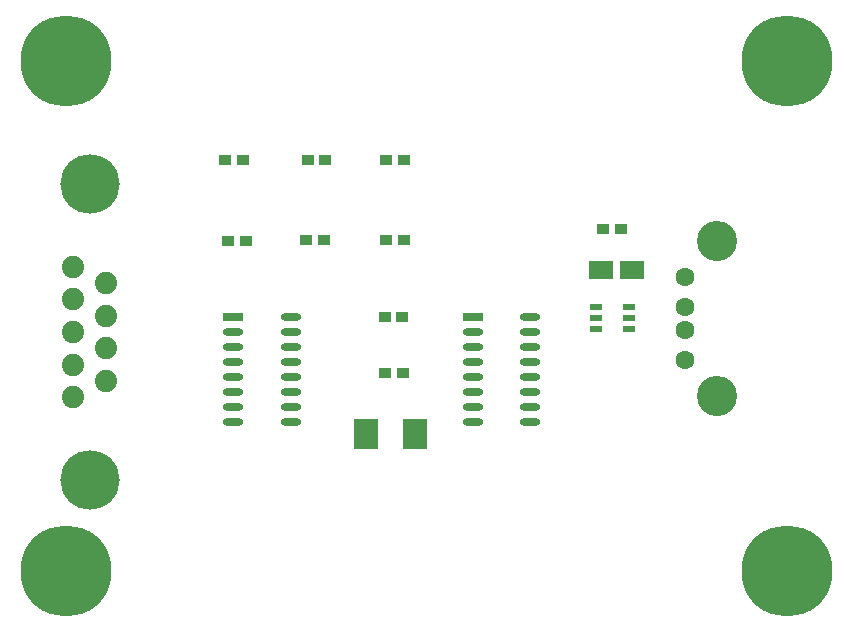
<source format=gts>
G04*
G04 #@! TF.GenerationSoftware,Altium Limited,Altium Designer,20.1.10 (176)*
G04*
G04 Layer_Color=8388736*
%FSLAX25Y25*%
%MOIN*%
G70*
G04*
G04 #@! TF.SameCoordinates,3FE8EB72-B5E6-4F20-A0E2-AFB057232DD4*
G04*
G04*
G04 #@! TF.FilePolarity,Negative*
G04*
G01*
G75*
%ADD21R,0.08280X0.10249*%
%ADD22R,0.06706X0.02769*%
%ADD23O,0.06706X0.02769*%
%ADD24R,0.04000X0.03800*%
%ADD25R,0.04343X0.02375*%
%ADD26R,0.07887X0.06115*%
%ADD27C,0.07453*%
%ADD28C,0.19800*%
%ADD29C,0.13398*%
%ADD30C,0.06312*%
%ADD31C,0.30328*%
D21*
X136468Y66396D02*
D03*
X120326D02*
D03*
D22*
X75997Y105196D02*
D03*
X155797D02*
D03*
D23*
X75997Y100196D02*
D03*
Y95196D02*
D03*
Y90196D02*
D03*
Y85196D02*
D03*
Y80196D02*
D03*
Y75196D02*
D03*
Y70196D02*
D03*
X95289Y105196D02*
D03*
Y100196D02*
D03*
Y95196D02*
D03*
Y90196D02*
D03*
Y85196D02*
D03*
Y80196D02*
D03*
Y75196D02*
D03*
Y70196D02*
D03*
X155797Y100196D02*
D03*
Y95196D02*
D03*
Y90196D02*
D03*
Y85196D02*
D03*
Y80196D02*
D03*
Y75196D02*
D03*
Y70196D02*
D03*
X175089Y105196D02*
D03*
Y100196D02*
D03*
Y95196D02*
D03*
Y90196D02*
D03*
Y85196D02*
D03*
Y80196D02*
D03*
Y75196D02*
D03*
Y70196D02*
D03*
D24*
X126597Y86696D02*
D03*
X132497D02*
D03*
X126497Y105281D02*
D03*
X132397D02*
D03*
X80197Y130796D02*
D03*
X74297D02*
D03*
X126997Y130996D02*
D03*
X132897D02*
D03*
X106097D02*
D03*
X100197D02*
D03*
X205297Y134796D02*
D03*
X199397D02*
D03*
X100797Y157696D02*
D03*
X106697D02*
D03*
X73197D02*
D03*
X79097D02*
D03*
X126997D02*
D03*
X132897D02*
D03*
D25*
X196886Y101156D02*
D03*
X207909Y101156D02*
D03*
Y108636D02*
D03*
X196886Y108636D02*
D03*
Y104896D02*
D03*
X207909Y104896D02*
D03*
D26*
X198682Y121096D02*
D03*
X208997D02*
D03*
D27*
X22506Y78492D02*
D03*
X33688Y83945D02*
D03*
X22506Y89397D02*
D03*
X33688Y94850D02*
D03*
X22506Y100303D02*
D03*
X33688Y105756D02*
D03*
X22506Y111209D02*
D03*
X33688Y116661D02*
D03*
X22506Y122114D02*
D03*
D28*
X28097Y149496D02*
D03*
Y51110D02*
D03*
D29*
X237197Y78956D02*
D03*
Y130696D02*
D03*
D30*
X226497Y91076D02*
D03*
Y118636D02*
D03*
Y100916D02*
D03*
Y108796D02*
D03*
D31*
X260700Y20500D02*
D03*
X20200D02*
D03*
X260700Y190800D02*
D03*
X20200D02*
D03*
M02*

</source>
